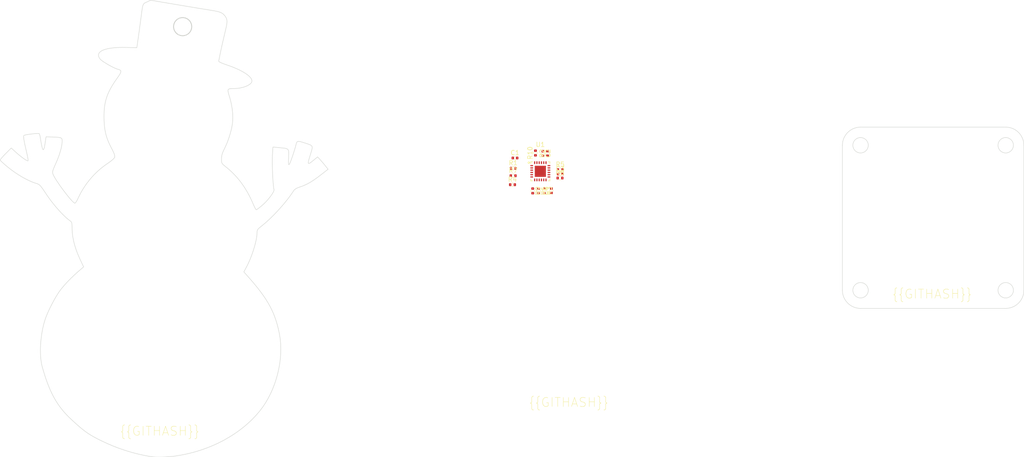
<source format=kicad_pcb>
(kicad_pcb (version 20221018) (generator pcbnew)
  (layers (0 "F.Cu" signal) (31 "B.Cu" signal) (34 "B.Paste" user) (35 "F.Paste" user) (36 "B.SilkS" user "B.Silkscreen") (37 "F.SilkS" user "F.Silkscreen") (38 "B.Mask" user) (39 "F.Mask" user) (44 "Edge.Cuts" user))
  (net 0 "")
  (net 1 "vcc-6")
  (net 2 "vcc-13")
  (net 3 "vcc-20")
  (net 4 "vcc-1")
  (net 5 "gnd")
  (net 6 "vcc-23")
  (net 7 "vcc-16")
  (net 8 "vcc-9")
  (net 9 "vcc-21")
  (net 10 "vcc-22")
  (net 11 "vcc-26")
  (net 12 "vcc-14")
  (net 13 "vcc-15")
  (net 14 "vcc-25")
  (net 15 "vcc-7")
  (net 16 "vcc-8")
  (net 17 "gnd-9")
  (net 18 "vcc-10")
  (net 19 "p2")
  (net 20 "vcc-17")
  (net 21 "p2-1")
  (net 22 "vcc-24")
  (net 23 "p2-2")
  (net 24 "vcc-27")
  (net 25 "gnd-10")
  (footprint "lib:VQFN-24_L4.0-W4.0-P0.50-TL-EP2.5" (layer "F.Cu") (at 155.02 87.535)
    (fp_text reference "U1" (at 0 -5.9) (layer "F.SilkS"))
    (fp_text value "")
    (fp_line (start -2.1 -2.1) (end -1.7 -2.1) (stroke (width 0.15)) (layer "F.SilkS"))
    (fp_line (start -2.1 -1.7) (end -2.1 -2.1) (stroke (width 0.15)) (layer "F.SilkS"))
    (fp_line (start -2.1 1.7) (end -2.1 2.1) (stroke (width 0.15)) (layer "F.SilkS"))
    (fp_line (start -2.1 2.1) (end -1.7 2.1) (stroke (width 0.15)) (layer "F.SilkS"))
    (fp_line (start 1.7 -2.1) (end 2.1 -2.1) (stroke (width 0.15)) (layer "F.SilkS"))
    (fp_line (start 2.1 -2.1) (end 2.1 -1.7) (stroke (width 0.15)) (layer "F.SilkS"))
    (fp_line (start 2.1 1.6) (end 2.1 2.1) (stroke (width 0.15)) (layer "F.SilkS"))
    (fp_line (start 2.1 2.1) (end 1.7 2.1) (stroke (width 0.15)) (layer "F.SilkS"))
    (fp_circle (center -2.54 -1.91) (end -2.41 -1.91) (stroke (width 0.25)) (fill none) (layer "F.SilkS"))
    (pad "1" smd rect (at -1.9 -1.25) (size 0.6 0.25) (layers "F.Cu" "F.Paste" "F.Mask") (net 1 "vcc-6"))
    (pad "2" smd rect (at -1.9 -0.75) (size 0.6 0.25) (layers "F.Cu" "F.Paste" "F.Mask") (net 2 "vcc-13"))
    (pad "3" smd rect (at -1.9 -0.25) (size 0.6 0.25) (layers "F.Cu" "F.Paste" "F.Mask") (net 3 "vcc-20"))
    (pad "4" smd rect (at -1.9 0.25) (size 0.6 0.25) (layers "F.Cu" "F.Paste" "F.Mask") (net 4 "vcc-1"))
    (pad "5" smd rect (at -1.9 0.75) (size 0.6 0.25) (layers "F.Cu" "F.Paste" "F.Mask") (net 4 "vcc-1"))
    (pad "6" smd rect (at -1.9 1.25) (size 0.6 0.25) (layers "F.Cu" "F.Paste" "F.Mask") (net 5 "gnd"))
    (pad "7" smd rect (at -1.25 1.9) (size 0.25 0.6) (layers "F.Cu" "F.Paste" "F.Mask"))
    (pad "8" smd rect (at -0.75 1.9) (size 0.25 0.6) (layers "F.Cu" "F.Paste" "F.Mask"))
    (pad "9" smd rect (at -0.25 1.9) (size 0.25 0.6) (layers "F.Cu" "F.Paste" "F.Mask") (net 6 "vcc-23"))
    (pad "10" smd rect (at 0.25 1.9) (size 0.25 0.6) (layers "F.Cu" "F.Paste" "F.Mask") (net 7 "vcc-16"))
    (pad "11" smd rect (at 0.75 1.9) (size 0.25 0.6) (layers "F.Cu" "F.Paste" "F.Mask") (net 8 "vcc-9"))
    (pad "12" smd rect (at 1.25 1.9) (size 0.25 0.6) (layers "F.Cu" "F.Paste" "F.Mask") (net 9 "vcc-21"))
    (pad "13" smd rect (at 1.9 1.25) (size 0.6 0.25) (layers "F.Cu" "F.Paste" "F.Mask") (net 10 "vcc-22"))
    (pad "14" smd rect (at 1.9 0.75) (size 0.6 0.25) (layers "F.Cu" "F.Paste" "F.Mask") (net 11 "vcc-26"))
    (pad "15" smd rect (at 1.9 0.25) (size 0.6 0.25) (layers "F.Cu" "F.Paste" "F.Mask") (net 12 "vcc-14"))
    (pad "16" smd rect (at 1.9 -0.25) (size 0.6 0.25) (layers "F.Cu" "F.Paste" "F.Mask") (net 13 "vcc-15"))
    (pad "17" smd rect (at 1.9 -0.75) (size 0.6 0.25) (layers "F.Cu" "F.Paste" "F.Mask") (net 14 "vcc-25"))
    (pad "18" smd rect (at 1.9 -1.25) (size 0.6 0.25) (layers "F.Cu" "F.Paste" "F.Mask") (net 15 "vcc-7"))
    (pad "19" smd rect (at 1.25 -1.9) (size 0.25 0.6) (layers "F.Cu" "F.Paste" "F.Mask") (net 16 "vcc-8"))
    (pad "20" smd rect (at 0.75 -1.9) (size 0.25 0.6) (layers "F.Cu" "F.Paste" "F.Mask") (net 17 "gnd-9"))
    (pad "21" smd rect (at 0.25 -1.9) (size 0.25 0.6) (layers "F.Cu" "F.Paste" "F.Mask"))
    (pad "22" smd rect (at -0.25 -1.9) (size 0.25 0.6) (layers "F.Cu" "F.Paste" "F.Mask") (net 1 "vcc-6"))
    (pad "23" smd rect (at -0.75 -1.9) (size 0.25 0.6) (layers "F.Cu" "F.Paste" "F.Mask") (net 2 "vcc-13"))
    (pad "24" smd rect (at -1.25 -1.9) (size 0.25 0.6) (layers "F.Cu" "F.Paste" "F.Mask") (net 3 "vcc-20"))
    (pad "25" smd rect (at 0 0) (size 2.45 2.45) (layers "F.Cu" "F.Paste" "F.Mask") (net 5 "gnd"))
  )
  (footprint "lib:R0402" (layer "F.Cu") (at 149.022526 88.514791)
    (fp_text reference "R7" (at 0 -1.17) (layer "F.SilkS"))
    (fp_text value "Chip Resistor - Surface Mount 4.7KOhms ±5% 1/16W 0402 RoHS")
    (fp_line (start -0.153641 -0.38) (end 0.153641 -0.38) (stroke (width 0.12)) (layer "F.SilkS"))
    (fp_line (start -0.153641 0.38) (end 0.153641 0.38) (stroke (width 0.12)) (layer "F.SilkS"))
    (pad "1" smd roundrect (at -0.51 0) (size 0.54 0.64) (layers "F.Cu" "F.Paste" "F.Mask") (net 22 "vcc-24"))
    (pad "2" smd roundrect (at 0.51 0) (size 0.54 0.64) (layers "F.Cu" "F.Paste" "F.Mask") (net 5 "gnd"))
  )
  (footprint "lib:R0402" (layer "F.Cu") (at 155.895682 91.840236 -90)
    (fp_text reference "R3" (at 0 -1.17 90) (layer "F.SilkS"))
    (fp_text value "Chip Resistor - Surface Mount 10Ohms ±5% 1/16W 0402 RoHS")
    (fp_line (start -0.153641 -0.38) (end 0.153641 -0.38) (stroke (width 0.12)) (layer "F.SilkS"))
    (fp_line (start -0.153641 0.38) (end 0.153641 0.38) (stroke (width 0.12)) (layer "F.SilkS"))
    (pad "1" smd roundrect (at -0.51 0 270) (size 0.54 0.64) (layers "F.Cu" "F.Paste" "F.Mask") (net 8 "vcc-9"))
    (pad "2" smd roundrect (at 0.51 0 270) (size 0.54 0.64) (layers "F.Cu" "F.Paste" "F.Mask") (net 19 "p2"))
  )
  (footprint "lib:C0402" (layer "F.Cu") (at 157.458758 91.827904 90)
    (fp_text reference "C4" (at 0 -1.16 90) (layer "F.SilkS"))
    (fp_text value "25V 1uF X5R ±10% 0402  Multilayer Ceramic Capacitors MLCC - SMD/SMT ROHS")
    (fp_line (start -0.107836 -0.36) (end 0.107836 -0.36) (stroke (width 0.12)) (layer "F.SilkS"))
    (fp_line (start -0.107836 0.36) (end 0.107836 0.36) (stroke (width 0.12)) (layer "F.SilkS"))
    (pad "1" smd roundrect (at -0.48 0 90) (size 0.56 0.62) (layers "F.Cu" "F.Paste" "F.Mask") (net 9 "vcc-21"))
    (pad "2" smd roundrect (at 0.48 0 90) (size 0.56 0.62) (layers "F.Cu" "F.Paste" "F.Mask") (net 17 "gnd-9"))
  )
  (footprint "lib:C0402" (layer "F.Cu") (at 155.575745 83.588286 -90)
    (fp_text reference "C2" (at 0 -1.16 90) (layer "F.SilkS"))
    (fp_text value "25V 1uF X5R ±10% 0402  Multilayer Ceramic Capacitors MLCC - SMD/SMT ROHS")
    (fp_line (start -0.107836 -0.36) (end 0.107836 -0.36) (stroke (width 0.12)) (layer "F.SilkS"))
    (fp_line (start -0.107836 0.36) (end 0.107836 0.36) (stroke (width 0.12)) (layer "F.SilkS"))
    (pad "1" smd roundrect (at -0.48 0 270) (size 0.56 0.62) (layers "F.Cu" "F.Paste" "F.Mask") (net 15 "vcc-7"))
    (pad "2" smd roundrect (at 0.48 0 270) (size 0.56 0.62) (layers "F.Cu" "F.Paste" "F.Mask") (net 17 "gnd-9"))
  )
  (footprint "lib:R0402" (layer "F.Cu") (at 148.885886 90.489275)
    (fp_text reference "R4" (at 0 -1.17) (layer "F.SilkS"))
    (fp_text value "Chip Resistor - Surface Mount 4.7KOhms ±5% 1/16W 0402 RoHS")
    (fp_line (start -0.153641 -0.38) (end 0.153641 -0.38) (stroke (width 0.12)) (layer "F.SilkS"))
    (fp_line (start -0.153641 0.38) (end 0.153641 0.38) (stroke (width 0.12)) (layer "F.SilkS"))
    (pad "1" smd roundrect (at -0.51 0) (size 0.54 0.64) (layers "F.Cu" "F.Paste" "F.Mask") (net 20 "vcc-17"))
    (pad "2" smd roundrect (at 0.51 0) (size 0.54 0.64) (layers "F.Cu" "F.Paste" "F.Mask") (net 5 "gnd"))
  )
  (footprint "lib:R0402" (layer "F.Cu") (at 156.611238 83.593952 90)
    (fp_text reference "R2" (at 0 -1.17 90) (layer "F.SilkS"))
    (fp_text value "Chip Resistor - Surface Mount 10Ohms ±5% 1/16W 0402 RoHS")
    (fp_line (start -0.153641 -0.38) (end 0.153641 -0.38) (stroke (width 0.12)) (layer "F.SilkS"))
    (fp_line (start -0.153641 0.38) (end 0.153641 0.38) (stroke (width 0.12)) (layer "F.SilkS"))
    (pad "1" smd roundrect (at -0.51 0 90) (size 0.54 0.64) (layers "F.Cu" "F.Paste" "F.Mask") (net 16 "vcc-8"))
    (pad "2" smd roundrect (at 0.51 0 90) (size 0.54 0.64) (layers "F.Cu" "F.Paste" "F.Mask") (net 16 "vcc-8"))
  )
  (footprint "lib:C0402" (layer "F.Cu") (at 149.433385 84.599639)
    (fp_text reference "C1" (at 0 -1.16) (layer "F.SilkS"))
    (fp_text value "25V 1uF X5R ±10% 0402  Multilayer Ceramic Capacitors MLCC - SMD/SMT ROHS")
    (fp_line (start -0.107836 -0.36) (end 0.107836 -0.36) (stroke (width 0.12)) (layer "F.SilkS"))
    (fp_line (start -0.107836 0.36) (end 0.107836 0.36) (stroke (width 0.12)) (layer "F.SilkS"))
    (pad "1" smd roundrect (at -0.48 0) (size 0.56 0.62) (layers "F.Cu" "F.Paste" "F.Mask") (net 24 "vcc-27"))
    (pad "2" smd roundrect (at 0.48 0) (size 0.56 0.62) (layers "F.Cu" "F.Paste" "F.Mask") (net 25 "gnd-10"))
  )
  (footprint "lib:R0402" (layer "F.Cu") (at 153.341728 91.857665 -90)
    (fp_text reference "R9" (at 0 -1.17 90) (layer "F.SilkS"))
    (fp_text value "Chip Resistor - Surface Mount 10Ohms ±5% 1/16W 0402 RoHS")
    (fp_line (start -0.153641 -0.38) (end 0.153641 -0.38) (stroke (width 0.12)) (layer "F.SilkS"))
    (fp_line (start -0.153641 0.38) (end 0.153641 0.38) (stroke (width 0.12)) (layer "F.SilkS"))
    (pad "1" smd roundrect (at -0.51 0 270) (size 0.54 0.64) (layers "F.Cu" "F.Paste" "F.Mask") (net 6 "vcc-23"))
    (pad "2" smd roundrect (at 0.51 0 270) (size 0.54 0.64) (layers "F.Cu" "F.Paste" "F.Mask") (net 23 "p2-2"))
  )
  (footprint "lib:R0402" (layer "F.Cu") (at 149.0297 86.865049)
    (fp_text reference "R1" (at 0 -1.17) (layer "F.SilkS"))
    (fp_text value "Chip Resistor - Surface Mount 4.7KOhms ±5% 1/16W 0402 RoHS")
    (fp_line (start -0.153641 -0.38) (end 0.153641 -0.38) (stroke (width 0.12)) (layer "F.SilkS"))
    (fp_line (start -0.153641 0.38) (end 0.153641 0.38) (stroke (width 0.12)) (layer "F.SilkS"))
    (pad "1" smd roundrect (at -0.51 0) (size 0.54 0.64) (layers "F.Cu" "F.Paste" "F.Mask") (net 18 "vcc-10"))
    (pad "2" smd roundrect (at 0.51 0) (size 0.54 0.64) (layers "F.Cu" "F.Paste" "F.Mask") (net 5 "gnd"))
  )
  (footprint "lib:R0402" (layer "F.Cu") (at 159.353568 89.01977)
    (fp_text reference "R8" (at 0 -1.17) (layer "F.SilkS"))
    (fp_text value "Chip Resistor - Surface Mount 10Ohms ±5% 1/16W 0402 RoHS")
    (fp_line (start -0.153641 -0.38) (end 0.153641 -0.38) (stroke (width 0.12)) (layer "F.SilkS"))
    (fp_line (start -0.153641 0.38) (end 0.153641 0.38) (stroke (width 0.12)) (layer "F.SilkS"))
    (pad "1" smd roundrect (at -0.51 0) (size 0.54 0.64) (layers "F.Cu" "F.Paste" "F.Mask") (net 10 "vcc-22"))
    (pad "2" smd roundrect (at 0.51 0) (size 0.54 0.64) (layers "F.Cu" "F.Paste" "F.Mask") (net 10 "vcc-22"))
  )
  (footprint "lib:R0402" (layer "F.Cu") (at 154.59935 91.849755 -90)
    (fp_text reference "R6" (at 0 -1.17 90) (layer "F.SilkS"))
    (fp_text value "Chip Resistor - Surface Mount 10Ohms ±5% 1/16W 0402 RoHS")
    (fp_line (start -0.153641 -0.38) (end 0.153641 -0.38) (stroke (width 0.12)) (layer "F.SilkS"))
    (fp_line (start -0.153641 0.38) (end 0.153641 0.38) (stroke (width 0.12)) (layer "F.SilkS"))
    (pad "1" smd roundrect (at -0.51 0 270) (size 0.54 0.64) (layers "F.Cu" "F.Paste" "F.Mask") (net 7 "vcc-16"))
    (pad "2" smd roundrect (at 0.51 0 270) (size 0.54 0.64) (layers "F.Cu" "F.Paste" "F.Mask") (net 21 "p2-1"))
  )
  (footprint "lib:C0402" (layer "F.Cu") (at 159.4139 88.127177)
    (fp_text reference "C3" (at 0 -1.16) (layer "F.SilkS"))
    (fp_text value "25V 1uF X5R ±10% 0402  Multilayer Ceramic Capacitors MLCC - SMD/SMT ROHS")
    (fp_line (start -0.107836 -0.36) (end 0.107836 -0.36) (stroke (width 0.12)) (layer "F.SilkS"))
    (fp_line (start -0.107836 0.36) (end 0.107836 0.36) (stroke (width 0.12)) (layer "F.SilkS"))
    (pad "1" smd roundrect (at -0.48 0) (size 0.56 0.62) (layers "F.Cu" "F.Paste" "F.Mask") (net 12 "vcc-14"))
    (pad "2" smd roundrect (at 0.48 0) (size 0.56 0.62) (layers "F.Cu" "F.Paste" "F.Mask") (net 17 "gnd-9"))
  )
  (footprint "lib:R0402" (layer "F.Cu") (at 159.395202 87.179562)
    (fp_text reference "R5" (at 0 -1.17) (layer "F.SilkS"))
    (fp_text value "Chip Resistor - Surface Mount 10Ohms ±5% 1/16W 0402 RoHS")
    (fp_line (start -0.153641 -0.38) (end 0.153641 -0.38) (stroke (width 0.12)) (layer "F.SilkS"))
    (fp_line (start -0.153641 0.38) (end 0.153641 0.38) (stroke (width 0.12)) (layer "F.SilkS"))
    (pad "1" smd roundrect (at -0.51 0) (size 0.54 0.64) (layers "F.Cu" "F.Paste" "F.Mask") (net 13 "vcc-15"))
    (pad "2" smd roundrect (at 0.51 0) (size 0.54 0.64) (layers "F.Cu" "F.Paste" "F.Mask") (net 13 "vcc-15"))
  )
  (footprint "lib:R0402" (layer "F.Cu") (at 153.942852 83.498806 90)
    (fp_text reference "R10" (at 0 -1.17 90) (layer "F.SilkS"))
    (fp_text value "Chip Resistor - Surface Mount 39KOhms ±5% 1/16W 0402 RoHS")
    (fp_line (start -0.153641 -0.38) (end 0.153641 -0.38) (stroke (width 0.12)) (layer "F.SilkS"))
    (fp_line (start -0.153641 0.38) (end 0.153641 0.38) (stroke (width 0.12)) (layer "F.SilkS"))
    (pad "1" smd roundrect (at -0.51 0 90) (size 0.54 0.64) (layers "F.Cu" "F.Paste" "F.Mask") (net 2 "vcc-13"))
    (pad "2" smd roundrect (at 0.51 0 90) (size 0.54 0.64) (layers "F.Cu" "F.Paste" "F.Mask") (net 5 "gnd"))
  )
  (gr_circle (center 225.62 81.79) (end 227.32 81.79) (stroke (width 0.1)) (fill none) (layer "Edge.Cuts"))
  (gr_circle (center 257.62 113.79) (end 259.32 113.79) (stroke (width 0.1)) (fill none) (layer "Edge.Cuts"))
  (gr_circle (center 257.62 81.79) (end 259.32 81.79) (stroke (width 0.1)) (fill none) (layer "Edge.Cuts"))
  (gr_poly (pts (xy 75.142222 50.797022) (xy 79.756606 51.568267) (xy 82.366969 51.99203) (xy 83.019066 52.095762) (xy 83.303876 52.146979) (xy 83.563537 52.198618) (xy 83.799806 52.251323) (xy 84.01444 52.305736) (xy 84.209196 52.362498) (xy 84.385831 52.422252) (xy 84.546102 52.485641) (xy 84.691766 52.553306) (xy 84.824581 52.62589) (xy 84.946303 52.704035) (xy 85.05869 52.788383) (xy 85.163499 52.879577) (xy 85.262486 52.978258) (xy 85.357409 53.08507) (xy 85.479286 53.234958) (xy 85.586233 53.378736) (xy 85.634185 53.44915) (xy 85.678498 53.519015) (xy 85.719202 53.588656) (xy 85.75633 53.658402) (xy 85.789911 53.728576) (xy 85.819976 53.799506) (xy 85.846558 53.871517) (xy 85.869686 53.944936) (xy 85.889392 54.020089) (xy 85.905707 54.097301) (xy 85.918662 54.176899) (xy 85.928287 54.259209) (xy 85.934615 54.344557) (xy 85.937675 54.433269) (xy 85.937499 54.525672) (xy 85.934119 54.62209) (xy 85.927564 54.722851) (xy 85.917866 54.82828) (xy 85.889166 55.054449) (xy 85.848266 55.303204) (xy 85.795414 55.577155) (xy 85.730859 55.878909) (xy 85.654849 56.211077) (xy 84.878546 59.55341) (xy 84.657875 60.550977) (xy 84.450892 61.532488) (xy 84.331406 62.116419) (xy 84.229648 62.629765) (xy 84.15639 63.017063) (xy 84.122409 63.222849) (xy 84.123062 63.236814) (xy 84.127967 63.251873) (xy 84.137065 63.268001) (xy 84.150302 63.285171) (xy 84.167619 63.303357) (xy 84.188962 63.322534) (xy 84.214273 63.342674) (xy 84.243497 63.363751) (xy 84.313454 63.408613) (xy 84.398381 63.456909) (xy 84.497828 63.50843) (xy 84.611342 63.562966) (xy 84.738473 63.620306) (xy 84.878767 63.680241) (xy 85.031775 63.742561) (xy 85.197043 63.807056) (xy 85.374121 63.873515) (xy 85.562558 63.94173) (xy 85.7619 64.011489) (xy 85.971698 64.082583) (xy 86.585981 64.296029) (xy 87.172975 64.516947) (xy 87.730729 64.744054) (xy 88.257293 64.976069) (xy 88.75072 65.211708) (xy 89.209058 65.449689) (xy 89.63036 65.68873) (xy 90.012676 65.927548) (xy 90.354056 66.16486) (xy 90.652552 66.399385) (xy 90.906214 66.629839) (xy 91.113092 66.85494) (xy 91.271238 67.073405) (xy 91.378702 67.283953) (xy 91.412819 67.385857) (xy 91.433535 67.485301) (xy 91.440605 67.582123) (xy 91.433787 67.676165) (xy 91.41712 67.753004) (xy 91.390362 67.829368) (xy 91.35383 67.905131) (xy 91.307839 67.980165) (xy 91.252707 68.054343) (xy 91.188749 68.12754) (xy 91.116281 68.199626) (xy 91.03562 68.270477) (xy 90.947082 68.339964) (xy 90.850984 68.407961) (xy 90.747641 68.47434) (xy 90.637371 68.538975) (xy 90.520488 68.601739) (xy 90.39731 68.662505) (xy 90.268153 68.721145) (xy 90.133332 68.777534) (xy 89.993165 68.831543) (xy 89.847967 68.883047) (xy 89.543745 68.978027) (xy 89.223197 69.06146) (xy 88.888852 69.132329) (xy 88.54324 69.189618) (xy 88.188892 69.232313) (xy 88.009232 69.24787) (xy 87.828337 69.259397) (xy 87.646523 69.266767) (xy 87.464106 69.269854) (xy 87.202959 69.272042) (xy 86.97453 69.277492) (xy 86.777472 69.288473) (xy 86.690288 69.296746) (xy 86.610443 69.307253) (xy 86.537768 69.320276) (xy 86.472096 69.3361) (xy 86.413258 69.355009) (xy 86.361087 69.377285) (xy 86.315414 69.403211) (xy 86.276071 69.433073) (xy 86.24289 69.467154) (xy 86.215703 69.505736) (xy 86.194342 69.549103) (xy 86.178638 69.59754) (xy 86.168424 69.65133) (xy 86.163532 69.710755) (xy 86.163793 69.776101) (xy 86.169039 69.847649) (xy 86.179102 69.925685) (xy 86.193814 70.010491) (xy 86.236514 70.20155) (xy 86.295792 70.423093) (xy 86.370304 70.677389) (xy 86.458705 70.966708) (xy 86.582128 71.384478) (xy 86.694998 71.803093) (xy 86.797211 72.221567) (xy 86.888665 72.638919) (xy 86.969257 73.054166) (xy 87.038885 73.466323) (xy 87.097447 73.874409) (xy 87.144838 74.277439) (xy 87.180958 74.674432) (xy 87.205702 75.064404) (xy 87.21897 75.446371) (xy 87.220657 75.819352) (xy 87.210662 76.182361) (xy 87.188881 76.534418) (xy 87.155212 76.874538) (xy 87.109553 77.201739) (xy 86.986123 77.871628) (xy 86.830027 78.558912) (xy 86.643845 79.255662) (xy 86.430157 79.953949) (xy 86.19154 80.645848) (xy 85.930575 81.323429) (xy 85.649841 81.978766) (xy 85.351916 82.60393) (xy 85.189192 82.938586) (xy 85.118752 83.093315) (xy 85.055229 83.240939) (xy 84.998352 83.382431) (xy 84.947849 83.518761) (xy 84.903447 83.650903) (xy 84.864875 83.779828) (xy 84.831859 83.906506) (xy 84.804129 84.031911) (xy 84.781412 84.157013) (xy 84.763435 84.282785) (xy 84.749927 84.410197) (xy 84.740615 84.540223) (xy 84.735228 84.673833) (xy 84.733493 84.811999) (xy 84.736223 85.129082) (xy 84.741369 85.261496) (xy 84.750575 85.379459) (xy 84.764997 85.485194) (xy 84.774524 85.534172) (xy 84.785789 85.580928) (xy 84.798934 85.625739) (xy 84.814106 85.668884) (xy 84.831447 85.710641) (xy 84.851104 85.751288) (xy 84.873219 85.791103) (xy 84.897937 85.830364) (xy 84.925403 85.869349) (xy 84.955761 85.908337) (xy 84.989155 85.947605) (xy 85.02573 85.987432) (xy 85.109 86.069873) (xy 85.206725 86.157886) (xy 85.320061 86.253696) (xy 85.598185 86.477602) (xy 86.096863 86.886277) (xy 86.577755 87.306529) (xy 87.04138 87.739064) (xy 87.488258 88.184586) (xy 87.918909 88.6438) (xy 88.333852 89.117412) (xy 88.733607 89.606125) (xy 89.118694 90.110646) (xy 89.489632 90.631678) (xy 89.846941 91.169927) (xy 90.19114 91.726098) (xy 90.52275 92.300895) (xy 90.84229 92.895024) (xy 91.150279 93.509189) (xy 91.447237 94.144095) (xy 91.733683 94.800448) (xy 91.84059 95.047283) (xy 91.945802 95.277558) (xy 92.046625 95.486234) (xy 92.140364 95.668271) (xy 92.224324 95.818627) (xy 92.295813 95.932265) (xy 92.326039 95.973739) (xy 92.352136 96.004143) (xy 92.373767 96.022848) (xy 92.382804 96.027616) (xy 92.390597 96.029223) (xy 92.399173 96.028006) (xy 92.410522 96.024397) (xy 92.441219 96.010237) (xy 92.482045 95.987221) (xy 92.53236 95.955824) (xy 92.591521 95.916524) (xy 92.658887 95.869798) (xy 92.815666 95.755976) (xy 92.997564 95.618173) (xy 93.199447 95.460204) (xy 93.416182 95.285885) (xy 93.642634 95.099032) (xy 93.891007 94.882848) (xy 94.141366 94.648628) (xy 94.390948 94.400061) (xy 94.636991 94.140836) (xy 94.87673 93.874641) (xy 95.107403 93.605164) (xy 95.326247 93.336095) (xy 95.530498 93.071122) (xy 95.717394 92.813933) (xy 95.884171 92.568218) (xy 96.028066 92.337665) (xy 96.146316 92.125962) (xy 96.236159 91.936798) (xy 96.294829 91.773863) (xy 96.311612 91.703383) (xy 96.319566 91.640844) (xy 96.318345 91.586706) (xy 96.307605 91.54143) (xy 96.264441 91.378418) (xy 96.221593 91.121805) (xy 96.138989 90.373142) (xy 96.064068 89.386161) (xy 96.001109 88.251583) (xy 95.954389 87.060129) (xy 95.928186 85.902519) (xy 95.926777 84.869474) (xy 95.95444 84.051714) (xy 96.07471 82.177477) (xy 97.36716 82.304781) (xy 98.13507 82.379263) (xy 98.441266 82.413109) (xy 98.700599 82.449744) (xy 98.916803 82.492956) (xy 99.009898 82.518212) (xy 99.09361 82.546534) (xy 99.168406 82.578395) (xy 99.234753 82.614268) (xy 99.293117 82.654627) (xy 99.343964 82.699946) (xy 99.387763 82.750698) (xy 99.424978 82.807357) (xy 99.456076 82.870396) (xy 99.481525 82.94029) (xy 99.501791 83.017511) (xy 99.51734 83.102533) (xy 99.536155 83.297877) (xy 99.541702 83.530109) (xy 99.537716 83.803018) (xy 99.51607 84.486025) (xy 99.501811 85.019341) (xy 99.495778 85.429631) (xy 99.49953 85.727933) (xy 99.505563 85.838537) (xy 99.514626 85.925284) (xy 99.526915 85.989553) (xy 99.542625 86.032723) (xy 99.551823 86.046828) (xy 99.56195 86.056175) (xy 99.573029 86.060938) (xy 99.585085 86.061289) (xy 99.612224 86.049443) (xy 99.643564 86.022019) (xy 99.679299 85.980395) (xy 99.719623 85.925951) (xy 99.770963 85.835961) (xy 99.83738 85.6921) (xy 100.00736 85.267042) (xy 100.213404 84.699332) (xy 100.439353 84.037526) (xy 100.669049 83.330178) (xy 100.886332 82.625845) (xy 101.075044 81.973082) (xy 101.219027 81.420443) (xy 101.232451 81.367288) (xy 101.246658 81.317349) (xy 101.261814 81.270604) (xy 101.278084 81.227032) (xy 101.295634 81.186611) (xy 101.314631 81.149321) (xy 101.33524 81.115138) (xy 101.357628 81.084043) (xy 101.381959 81.056013) (xy 101.4084 81.031027) (xy 101.437117 81.009064) (xy 101.468275 80.990102) (xy 101.502041 80.974119) (xy 101.538581 80.961095) (xy 101.578059 80.951007) (xy 101.620643 80.943835) (xy 101.666497 80.939556) (xy 101.715788 80.938149) (xy 101.768682 80.939594) (xy 101.825345 80.943867) (xy 101.885942 80.950949) (xy 101.950639 80.960817) (xy 102.019603 80.97345) (xy 102.092998 80.988826) (xy 102.170992 81.006924) (xy 102.253749 81.027723) (xy 102.434219 81.077337) (xy 102.635734 81.137495) (xy 102.859622 81.208025) (xy 103.581471 81.438726) (xy 103.868146 81.535185) (xy 104.108644 81.625316) (xy 104.212356 81.669476) (xy 104.305459 81.713816) (xy 104.388264 81.758923) (xy 104.461082 81.805384) (xy 104.524226 81.853787) (xy 104.578006 81.904719) (xy 104.622735 81.958768) (xy 104.658725 82.01652) (xy 104.686285 82.078563) (xy 104.705729 82.145484) (xy 104.717368 82.217871) (xy 104.721513 82.296311) (xy 104.718476 82.381392) (xy 104.708568 82.4737) (xy 104.692102 82.573823) (xy 104.669388 82.682348) (xy 104.606464 82.926954) (xy 104.522289 83.212218) (xy 104.300158 83.92351) (xy 104.076968 84.658354) (xy 103.993442 84.95378) (xy 103.929762 85.203046) (xy 103.886777 85.407528) (xy 103.865337 85.568604) (xy 103.862962 85.633296) (xy 103.866292 85.687652) (xy 103.875434 85.731846) (xy 103.890492 85.766049) (xy 103.911574 85.790433) (xy 103.938786 85.805172) (xy 103.972234 85.810436) (xy 104.012025 85.806398) (xy 104.058263 85.79323) (xy 104.111056 85.771105) (xy 104.236732 85.700671) (xy 104.3899 85.596472) (xy 104.571411 85.459887) (xy 105.02286 85.095065) (xy 105.918216 84.355181) (xy 106.388476 84.86751) (xy 106.496975 84.987739) (xy 106.625318 85.133369) (xy 106.92254 85.478508) (xy 107.242155 85.858286) (xy 107.546176 86.22806) (xy 108.2336 87.076296) (xy 106.72333 88.254687) (xy 106.031007 88.783192) (xy 105.392025 89.245391) (xy 105.089314 89.453516) (xy 104.796071 89.647331) (xy 104.511007 89.827593) (xy 104.232833 89.995056) (xy 103.960259 90.150478) (xy 103.691998 90.294613) (xy 103.426759 90.428217) (xy 103.163254 90.552046) (xy 102.900193 90.666855) (xy 102.636288 90.773401) (xy 102.370249 90.872439) (xy 102.100787 90.964724) (xy 101.955978 91.013649) (xy 101.818902 91.062832) (xy 101.689432 91.112348) (xy 101.567439 91.162273) (xy 101.452795 91.212683) (xy 101.345371 91.263651) (xy 101.245039 91.315254) (xy 101.151671 91.367567) (xy 101.065138 91.420665) (xy 100.985313 91.474624) (xy 100.912065 91.529517) (xy 100.845269 91.585421) (xy 100.784794 91.642412) (xy 100.730512 91.700563) (xy 100.682296 91.759951) (xy 100.640017 91.82065) (xy 100.313962 92.312951) (xy 99.958065 92.82026) (xy 99.575318 93.339289) (xy 99.168711 93.866747) (xy 98.741234 94.399346) (xy 98.295878 94.933795) (xy 97.835635 95.466804) (xy 97.363494 95.995083) (xy 96.882446 96.515343) (xy 96.395482 97.024295) (xy 95.905593 97.518647) (xy 95.415769 97.995111) (xy 94.929002 98.450396) (xy 94.44828 98.881213) (xy 93.976596 99.284272) (xy 93.51694 99.656283) (xy 93.364132 99.777198) (xy 93.228349 99.887118) (xy 93.108601 99.987555) (xy 93.003899 100.080022) (xy 92.913256 100.166032) (xy 92.835682 100.247098) (xy 92.770188 100.324733) (xy 92.741662 100.362737) (xy 92.715786 100.40045) (xy 92.692435 100.438062) (xy 92.671487 100.475762) (xy 92.652817 100.513738) (xy 92.636302 100.552181) (xy 92.621819 100.591279) (xy 92.609244 100.631221) (xy 92.589322 100.714395) (xy 92.575548 100.803215) (xy 92.566934 100.899195) (xy 92.56249 101.003847) (xy 92.561229 101.118685) (xy 92.548214 101.459191) (xy 92.510172 101.840399) (xy 92.448603 102.257479) (xy 92.365007 102.705605) (xy 92.260885 103.179948) (xy 92.137739 103.675679) (xy 91.997068 104.187971) (xy 91.840373 104.711996) (xy 91.669155 105.242926) (xy 91.484915 105.775933) (xy 91.289154 106.306188) (xy 91.083372 106.828864) (xy 90.86907 107.339132) (xy 90.647749 107.832164) (xy 90.420909 108.303133) (xy 90.190051 108.74721) (xy 89.658061 109.729433) (xy 90.799319 111.025652) (xy 91.552256 111.894452) (xy 92.247519 112.726345) (xy 92.887901 113.52649) (xy 93.476195 114.300047) (xy 94.015193 115.052178) (xy 94.507688 115.788042) (xy 94.956473 116.5128) (xy 95.364341 117.231612) (xy 95.734083 117.949638) (xy 96.068493 118.672038) (xy 96.370364 119.403974) (xy 96.642488 120.150605) (xy 96.887657 120.917091) (xy 97.108665 121.708593) (xy 97.308304 122.530271) (xy 97.489367 123.387286) (xy 97.659586 124.435519) (xy 97.764545 125.512723) (xy 97.805707 126.613102) (xy 97.784533 127.73086) (xy 97.702485 128.860202) (xy 97.561026 129.995332) (xy 97.361618 131.130454) (xy 97.105722 132.259774) (xy 96.794801 133.377494) (xy 96.430316 134.47782) (xy 96.01373 135.554956) (xy 95.546505 136.603107) (xy 95.030102 137.616476) (xy 94.465984 138.589268) (xy 93.855613 139.515689) (xy 93.20045 140.389941) (xy 92.386005 141.350273) (xy 91.510226 142.273552) (xy 90.576227 143.158109) (xy 89.587122 144.002278) (xy 88.546024 144.80439) (xy 87.456048 145.562779) (xy 86.320308 146.275777) (xy 85.141916 146.941716) (xy 83.923988 147.558929) (xy 82.669636 148.125749) (xy 81.381976 148.640508) (xy 80.06412 149.101539) (xy 78.719182 149.507174) (xy 77.350277 149.855747) (xy 75.960518 150.145589) (xy 74.553019 150.375033) (xy 73.862872 150.459306) (xy 73.131633 150.525975) (xy 72.383923 150.574372) (xy 71.644361 150.603827) (xy 70.93757 150.613671) (xy 70.288169 150.603235) (xy 69.720779 150.57185) (xy 69.475532 150.548093) (xy 69.26002 150.518847) (xy 69.260051 150.518832) (xy 67.831835 150.262486) (xy 66.416949 149.953785) (xy 65.016193 149.592984) (xy 63.630368 149.180338) (xy 62.260274 148.716103) (xy 60.90671 148.200532) (xy 59.570477 147.633881) (xy 58.252375 147.016405) (xy 57.283074 146.528505) (xy 56.847829 146.298277) (xy 56.438641 146.072324) (xy 56.050351 145.846994) (xy 55.6778 145.618633) (xy 55.315827 145.383588) (xy 54.959273 145.138205) (xy 54.602979 144.87883) (xy 54.241783 144.601811) (xy 53.870528 144.303492) (xy 53.484054 143.980222) (xy 52.644807 143.244211) (xy 51.682765 142.36455) (xy 51.097036 141.804159) (xy 50.54538 141.238954) (xy 50.025658 140.665073) (xy 49.535731 140.078649) (xy 49.07346 139.475819) (xy 48.636705 138.852719) (xy 48.223328 138.205483) (xy 47.831189 137.530249) (xy 47.458149 136.823151) (xy 47.10207 136.080325) (xy 46.760812 135.297907) (xy 46.432236 134.472032) (xy 46.114202 133.598836) (xy 45.804573 132.674455) (xy 45.501208 131.695024) (xy 45.201968 130.656679) (xy 45.078569 130.147371) (xy 44.978794 129.594224) (xy 44.90231 129.00242) (xy 44.848785 128.377144) (xy 44.817886 127.723579) (xy 44.809281 127.046907) (xy 44.822637 126.352311) (xy 44.857621 125.644974) (xy 44.913901 124.93008) (xy 44.991145 124.212811) (xy 45.089019 123.498351) (xy 45.207191 122.791883) (xy 45.345328 122.098589) (xy 45.503099 121.423652) (xy 45.68017 120.772256) (xy 45.876208 120.149584) (xy 46.005143 119.787909) (xy 46.154924 119.401263) (xy 46.508073 118.570286) (xy 46.917749 117.69111) (xy 47.366047 116.79819) (xy 47.83506 115.92598) (xy 48.306883 115.108937) (xy 48.76361 114.381515) (xy 48.980717 114.062179) (xy 49.187335 113.77817) (xy 49.387433 113.519297) (xy 49.599256 113.255538) (xy 50.056372 112.715109) (xy 50.555279 112.160374) (xy 51.092575 111.594824) (xy 51.664855 111.021952) (xy 52.268718 110.445248) (xy 52.900758 109.868205) (xy 53.557574 109.294314) (xy 54.329783 108.634142) (xy 53.616031 107.110232) (xy 53.390001 106.6154) (xy 53.179365 106.128819) (xy 52.984012 105.650049) (xy 52.803829 105.178652) (xy 52.638704 104.71419) (xy 52.488525 104.256224) (xy 52.353181 103.804315) (xy 52.232559 103.358025) (xy 52.126547 102.916915) (xy 52.035034 102.480548) (xy 51.957906 102.048484) (xy 51.895053 101.620284) (xy 51.846363 101.195511) (xy 51.811722 100.773726) (xy 51.79102 100.35449) (xy 51.784144 99.937365) (xy 51.780657 99.620612) (xy 51.776007 99.482669) (xy 51.769161 99.357285) (xy 51.759927 99.243666) (xy 51.748111 99.141014) (xy 51.733519 99.048534) (xy 51.715958 98.96543) (xy 51.695233 98.890904) (xy 51.671153 98.824161) (xy 51.643523 98.764406) (xy 51.612149 98.71084) (xy 51.576839 98.662669) (xy 51.537399 98.619096) (xy 51.493635 98.579325) (xy 51.445353 98.542559) (xy 51.149902 98.324092) (xy 50.839064 98.073347) (xy 50.514896 97.792628) (xy 50.179453 97.484238) (xy 49.834791 97.150482) (xy 49.482966 96.793665) (xy 49.126033 96.41609) (xy 48.766047 96.020062) (xy 48.405065 95.607885) (xy 48.045142 95.181864) (xy 47.688333 94.744302) (xy 47.336694 94.297504) (xy 46.992281 93.843774) (xy 46.657149 93.385417) (xy 46.333354 92.924737) (xy 46.022952 92.464037) (xy 45.611719 91.844971) (xy 45.279782 91.362091) (xy 45.137757 91.165551) (xy 45.008606 90.995655) (xy 44.89001 90.849933) (xy 44.779654 90.725918) (xy 44.675221 90.621143) (xy 44.574392 90.533138) (xy 44.474852 90.459437) (xy 44.374284 90.397571) (xy 44.27037 90.345073) (xy 44.160793 90.299474) (xy 44.043237 90.258307) (xy 43.915385 90.219103) (xy 43.593888 90.117525) (xy 43.255864 89.996009) (xy 42.903268 89.855657) (xy 42.538058 89.697573) (xy 42.162189 89.522858) (xy 41.777618 89.332616) (xy 41.386301 89.127951) (xy 40.990194 88.909964) (xy 40.591254 88.679759) (xy 40.191438 88.438438) (xy 39.792701 88.187105) (xy 39.396999 87.926862) (xy 39.00629 87.658812) (xy 38.622529 87.384058) (xy 38.247673 87.103703) (xy 37.883677 86.81885) (xy 37.49456 86.502783) (xy 37.131548 86.199554) (xy 36.802586 85.916398) (xy 36.515619 85.660548) (xy 36.278593 85.439239) (xy 36.099452 85.259705) (xy 36.034071 85.187865) (xy 35.986141 85.129182) (xy 35.956654 85.08456) (xy 35.946605 85.054903) (xy 35.948192 85.042433) (xy 35.952903 85.026953) (xy 35.971384 84.987332) (xy 36.001425 84.936776) (xy 36.042403 84.876021) (xy 36.093695 84.805804) (xy 36.154681 84.726859) (xy 36.224736 84.639924) (xy 36.303239 84.545735) (xy 36.389567 84.445026) (xy 36.483097 84.338536) (xy 36.689276 84.11115) (xy 36.916796 83.869466) (xy 37.037003 83.745102) (xy 37.160678 83.619372) (xy 38.374759 82.395922) (xy 39.365809 83.301684) (xy 39.814301 83.698656) (xy 40.266196 84.075272) (xy 40.704205 84.419302) (xy 41.111041 84.718514) (xy 41.469414 84.960676) (xy 41.625024 85.056541) (xy 41.762035 85.133557) (xy 41.878286 85.190195) (xy 41.971615 85.224926) (xy 42.039863 85.236222) (xy 42.063905 85.232603) (xy 42.080867 85.222552) (xy 42.085566 85.215268) (xy 42.089233 85.203934) (xy 42.093537 85.169549) (xy 42.093921 85.120268) (xy 42.090523 85.056964) (xy 42.083485 84.98051) (xy 42.072948 84.891778) (xy 42.059051 84.79164) (xy 42.041937 84.68097) (xy 41.998614 84.43152) (xy 41.944105 84.150408) (xy 41.879534 83.844615) (xy 41.806025 83.52112) (xy 41.578977 82.541169) (xy 41.399614 81.732306) (xy 41.265507 81.079136) (xy 41.174225 80.56626) (xy 41.123338 80.17828) (xy 41.112283 80.026315) (xy 41.110416 79.899799) (xy 41.117432 79.796809) (xy 41.133029 79.71542) (xy 41.156901 79.653706) (xy 41.188746 79.609743) (xy 41.213078 79.592846) (xy 41.252556 79.575085) (xy 41.372962 79.537437) (xy 41.541984 79.497733) (xy 41.751641 79.456905) (xy 42.26094 79.37561) (xy 42.837013 79.301016) (xy 43.416018 79.240586) (xy 43.934111 79.201782) (xy 44.150364 79.192822) (xy 44.327447 79.192067) (xy 44.45738 79.20045) (xy 44.532183 79.218905) (xy 44.538527 79.223215) (xy 44.545097 79.229471) (xy 44.551878 79.23762) (xy 44.558855 79.247608) (xy 44.573336 79.272888) (xy 44.588416 79.304879) (xy 44.603974 79.343154) (xy 44.619887 79.387282) (xy 44.636031 79.436835) (xy 44.652284 79.491383) (xy 44.668525 79.550496) (xy 44.684629 79.613746) (xy 44.700475 79.680703) (xy 44.715939 79.750937) (xy 44.7309 79.82402) (xy 44.745234 79.899521) (xy 44.75882 79.977012) (xy 44.771533 80.056063) (xy 44.946351 81.130774) (xy 45.025944 81.564983) (xy 45.101061 81.931234) (xy 45.172253 82.230134) (xy 45.24007 82.462288) (xy 45.305063 82.628302) (xy 45.336673 82.686696) (xy 45.367783 82.728781) (xy 45.398463 82.754634) (xy 45.428781 82.764331) (xy 45.458807 82.757947) (xy 45.488608 82.735557) (xy 45.518254 82.697238) (xy 45.547814 82.643066) (xy 45.606951 82.487462) (xy 45.666568 82.269351) (xy 45.727218 81.98934) (xy 45.78945 81.648032) (xy 45.853816 81.246035) (xy 46.055377 79.918581) (xy 47.417926 79.96628) (xy 48.109143 79.993687) (xy 48.392021 80.009194) (xy 48.636741 80.027435) (xy 48.846051 80.049559) (xy 49.022696 80.076715) (xy 49.169424 80.110051) (xy 49.288982 80.150717) (xy 49.339431 80.174158) (xy 49.384117 80.199861) (xy 49.423385 80.227972) (xy 49.457577 80.258632) (xy 49.487036 80.291987) (xy 49.512107 80.32818) (xy 49.533132 80.367353) (xy 49.550455 80.409652) (xy 49.575367 80.504197) (xy 49.589592 80.612965) (xy 49.595876 80.737105) (xy 49.596965 80.877764) (xy 49.590289 81.099803) (xy 49.571905 81.336737) (xy 49.542029 81.587807) (xy 49.500879 81.852253) (xy 49.448672 82.129318) (xy 49.385623 82.418243) (xy 49.311951 82.718269) (xy 49.227873 83.028637) (xy 49.133604 83.34859) (xy 49.029362 83.677367) (xy 48.915364 84.014212) (xy 48.791827 84.358364) (xy 48.658967 84.709065) (xy 48.517002 85.065558) (xy 48.366148 85.427082) (xy 48.206622 85.792879) (xy 47.949769 86.374791) (xy 47.755997 86.832451) (xy 47.68104 87.021721) (xy 47.619784 87.188367) (xy 47.571537 87.335205) (xy 47.535609 87.465048) (xy 47.511311 87.580709) (xy 47.497952 87.685002) (xy 47.494842 87.78074) (xy 47.501291 87.870737) (xy 47.516609 87.957807) (xy 47.540106 88.044763) (xy 47.571091 88.134418) (xy 47.608874 88.229586) (xy 47.761079 88.551834) (xy 47.975096 88.939463) (xy 48.241913 89.380584) (xy 48.55252 89.863307) (xy 49.269066 90.905997) (xy 50.052651 91.972411) (xy 50.831193 92.967426) (xy 51.196047 93.408433) (xy 51.532609 93.795921) (xy 51.831869 94.117998) (xy 52.084818 94.362774) (xy 52.282443 94.518359) (xy 52.357694 94.558989) (xy 52.415736 94.572863) (xy 52.426811 94.571375) (xy 52.439084 94.56696) (xy 52.452509 94.559691) (xy 52.467041 94.549641) (xy 52.482633 94.536883) (xy 52.499239 94.521489) (xy 52.516813 94.503532) (xy 52.535309 94.483086) (xy 52.574881 94.435018) (xy 52.617586 94.377866) (xy 52.663055 94.312214) (xy 52.710918 94.238646) (xy 52.760808 94.157745) (xy 52.812354 94.070093) (xy 52.865187 93.976276) (xy 52.918939 93.876875) (xy 52.97324 93.772474) (xy 53.02772 93.663657) (xy 53.082012 93.551007) (xy 53.135745 93.435107) (xy 53.405424 92.869327) (xy 53.69623 92.311615) (xy 54.007442 91.76282) (xy 54.338342 91.223792) (xy 54.688208 90.695381) (xy 55.05632 90.178436) (xy 55.441958 89.673808) (xy 55.844402 89.182347) (xy 56.262932 88.704901) (xy 56.696828 88.242322) (xy 57.145369 87.795459) (xy 57.607836 87.365163) (xy 58.083508 86.952281) (xy 58.571665 86.557666) (xy 59.071586 86.182166) (xy 59.582553 85.826632) (xy 59.914962 85.598282) (xy 60.214172 85.3804) (xy 60.477869 85.17504) (xy 60.595674 85.077698) (xy 60.703732 84.984257) (xy 60.801753 84.894974) (xy 60.889447 84.810106) (xy 60.966524 84.72991) (xy 61.032694 84.654642) (xy 61.087669 84.584559) (xy 61.131158 84.519919) (xy 61.162872 84.460977) (xy 61.182521 84.407992) (xy 61.189444 84.378526) (xy 61.194656 84.347449) (xy 61.198136 84.314702) (xy 61.199864 84.280227) (xy 61.197977 84.205863) (xy 61.188829 84.123892) (xy 61.172254 84.033852) (xy 61.148084 83.935279) (xy 61.116154 83.82771) (xy 61.076297 83.71068) (xy 61.028345 83.583727) (xy 60.972134 83.446388) (xy 60.907495 83.298197) (xy 60.834263 83.138693) (xy 60.75227 82.967412) (xy 60.661351 82.783889) (xy 60.561339 82.587662) (xy 60.452067 82.378268) (xy 60.237971 81.961359) (xy 60.041673 81.555601) (xy 59.862568 81.158484) (xy 59.700049 80.767498) (xy 59.553508 80.380135) (xy 59.422339 79.993885) (xy 59.305935 79.60624) (xy 59.203689 79.21469) (xy 59.114995 78.816725) (xy 59.039245 78.409838) (xy 58.975833 77.991518) (xy 58.924151 77.559256) (xy 58.883594 77.110544) (xy 58.853553 76.642872) (xy 58.833423 76.153731) (xy 58.822596 75.640612) (xy 58.82378 75.019765) (xy 58.843433 74.425285) (xy 58.882591 73.854032) (xy 58.942291 73.302869) (xy 59.023569 72.768658) (xy 59.127459 72.248262) (xy 59.255 71.738542) (xy 59.407225 71.236361) (xy 59.585172 70.73858) (xy 59.789877 70.242062) (xy 60.022374 69.743669) (xy 60.283701 69.240263) (xy 60.574893 68.728705) (xy 60.896986 68.205859) (xy 61.251015 67.668586) (xy 61.638018 67.113749) (xy 61.84244 66.825076) (xy 62.020375 66.566593) (xy 62.17201 66.336298) (xy 62.29753 66.132187) (xy 62.397121 65.95226) (xy 62.470968 65.794512) (xy 62.498296 65.72333) (xy 62.519258 65.656942) (xy 62.533877 65.595098) (xy 62.542176 65.537547) (xy 62.544179 65.484039) (xy 62.539908 65.434323) (xy 62.529387 65.388151) (xy 62.512639 65.34527) (xy 62.489688 65.305431) (xy 62.460556 65.268384) (xy 62.425267 65.233878) (xy 62.383844 65.201662) (xy 62.33631 65.171487) (xy 62.282689 65.143103) (xy 62.157276 65.090703) (xy 62.007792 65.042459) (xy 61.834422 64.996371) (xy 61.657986 64.943069) (xy 61.445562 64.862593) (xy 61.203024 64.758325) (xy 60.93625 64.633653) (xy 60.353499 64.336631) (xy 59.744319 63.998608) (xy 59.155721 63.646664) (xy 58.634716 63.307879) (xy 58.414252 63.151884) (xy 58.228316 63.009334) (xy 58.082783 62.883614) (xy 57.983531 62.778109) (xy 57.869943 62.622242) (xy 57.777351 62.470362) (xy 57.705558 62.322559) (xy 57.654369 62.178917) (xy 57.623588 62.039526) (xy 57.613018 61.904471) (xy 57.622463 61.773839) (xy 57.651728 61.647718) (xy 57.700616 61.526195) (xy 57.768931 61.409356) (xy 57.856477 61.297289) (xy 57.963058 61.190081) (xy 58.088479 61.087819) (xy 58.232542 60.99059) (xy 58.395052 60.89848) (xy 58.575812 60.811578) (xy 58.774627 60.72997) (xy 58.991301 60.653743) (xy 59.225638 60.582984) (xy 59.477441 60.51778) (xy 59.746514 60.458218) (xy 60.032661 60.404385) (xy 60.335687 60.356369) (xy 60.655395 60.314256) (xy 60.991589 60.278134) (xy 61.344073 60.248089) (xy 61.712651 60.224208) (xy 62.097127 60.20658) (xy 62.497305 60.195289) (xy 62.912988 60.190424) (xy 63.343981 60.192072) (xy 63.790088 60.20032) (xy 66.056857 60.258219) (xy 66.273486 58.80189) (xy 66.542465 56.891029) (xy 66.884944 54.341891) (xy 67.190183 52.053843) (xy 67.248082 51.679802) (xy 67.303557 51.37005) (xy 67.359078 51.117137) (xy 67.417116 50.913616) (xy 67.48014 50.752035) (xy 67.55062 50.624945) (xy 67.631027 50.524898) (xy 67.72383 50.444442) (xy 67.831501 50.37613) (xy 67.956508 50.312512) (xy 68.268412 50.169558) (xy 69.100734 49.778315)) (stroke (width 0.1)) (fill none) (layer "Edge.Cuts"))
  (gr_arc (start 261.62 113.79) (mid 260.448427 116.618427) (end 257.62 117.79) (stroke (width 0.1)) (layer "Edge.Cuts"))
  (gr_arc (start 225.62 117.79) (mid 222.791573 116.618427) (end 221.62 113.79) (stroke (width 0.1)) (layer "Edge.Cuts"))
  (gr_line (start 261.62 113.79) (end 261.62 81.79) (stroke (width 0.1)) (layer "Edge.Cuts"))
  (gr_line (start 221.62 81.79) (end 221.62 113.79) (stroke (width 0.1)) (layer "Edge.Cuts"))
  (gr_arc (start 257.62 77.79) (mid 260.448427 78.961573) (end 261.62 81.79) (stroke (width 0.1)) (layer "Edge.Cuts"))
  (gr_line (start 257.62 77.79) (end 225.62 77.79) (stroke (width 0.1)) (layer "Edge.Cuts"))
  (gr_arc (start 221.62 81.79) (mid 222.791573 78.961573) (end 225.62 77.79) (stroke (width 0.1)) (layer "Edge.Cuts"))
  (gr_circle (center 225.62 113.79) (end 227.32 113.79) (stroke (width 0.1)) (fill none) (layer "Edge.Cuts"))
  (gr_circle (center 76.165146 55.61107) (end 78.165146 55.61107) (stroke (width 0.2)) (fill none) (layer "Edge.Cuts"))
  (gr_line (start 225.62 117.79) (end 257.62 117.79) (stroke (width 0.1)) (layer "Edge.Cuts"))
  (gr_text "{{GITHASH}}" (at 152.4 139.7) (layer "F.SilkS") (effects (font (size 2 2) (thickness 0.1)) (justify left bottom)))
  (gr_text "{{GITHASH}}" (at 62.23 146.05) (layer "F.SilkS") (effects (font (size 2 2) (thickness 0.1)) (justify left bottom)))
  (gr_text "{{GITHASH}}" (at 232.508427 115.791573) (layer "F.SilkS") (effects (font (size 2 2) (thickness 0.1)) (justify left bottom)))
)
</source>
